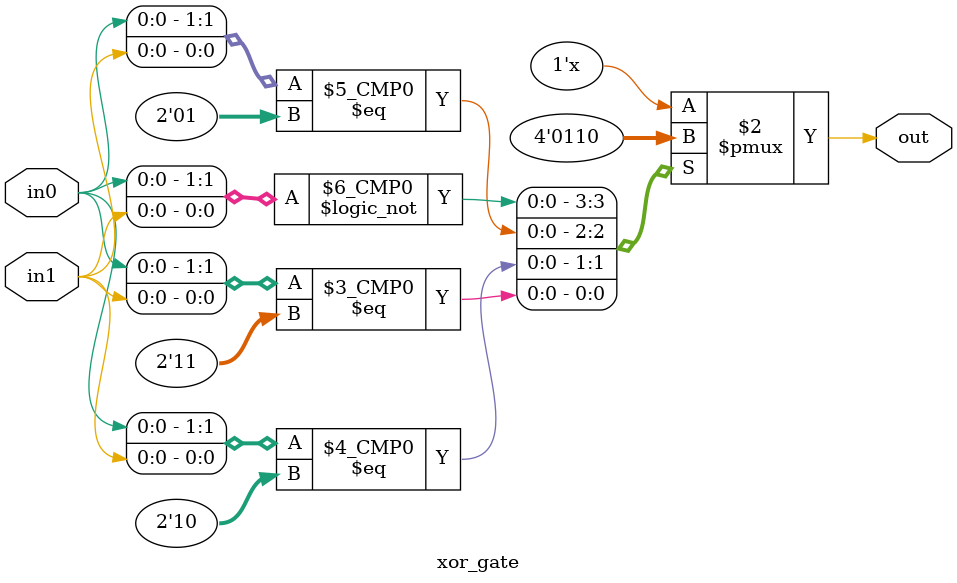
<source format=v>
module xor_gate(
    input in0, in1,
    output reg out
);

always @(*) begin

    case({in0,in1})
        2'b00: out = 0;
        2'b01: out = 1;
        2'b10: out = 1;
        2'b11: out = 0;
    endcase
    
end

endmodule
</source>
